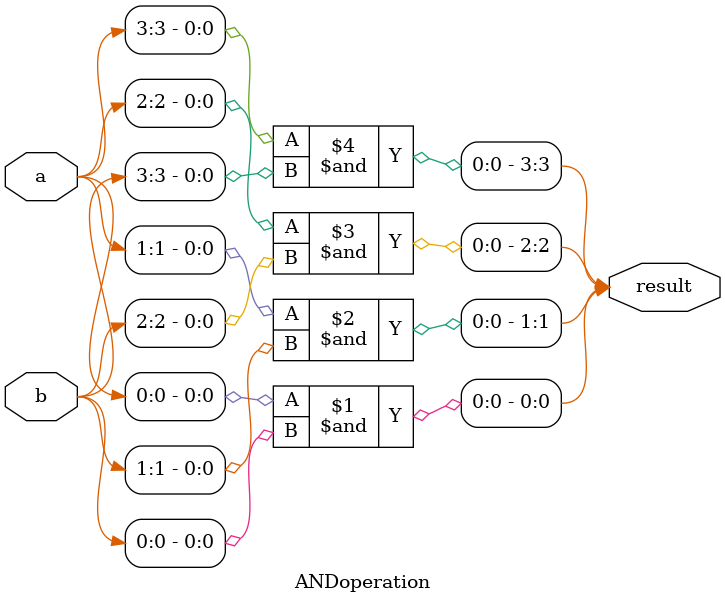
<source format=sv>
module ANDoperation(
    input  logic [3:0] a,
    input  logic [3:0] b,
    output logic [3:0] result
);

assign result[0] = a[0] & b[0];
assign result[1] = a[1] & b[1];
assign result[2] = a[2] & b[2];
assign result[3] = a[3] & b[3];

endmodule
</source>
